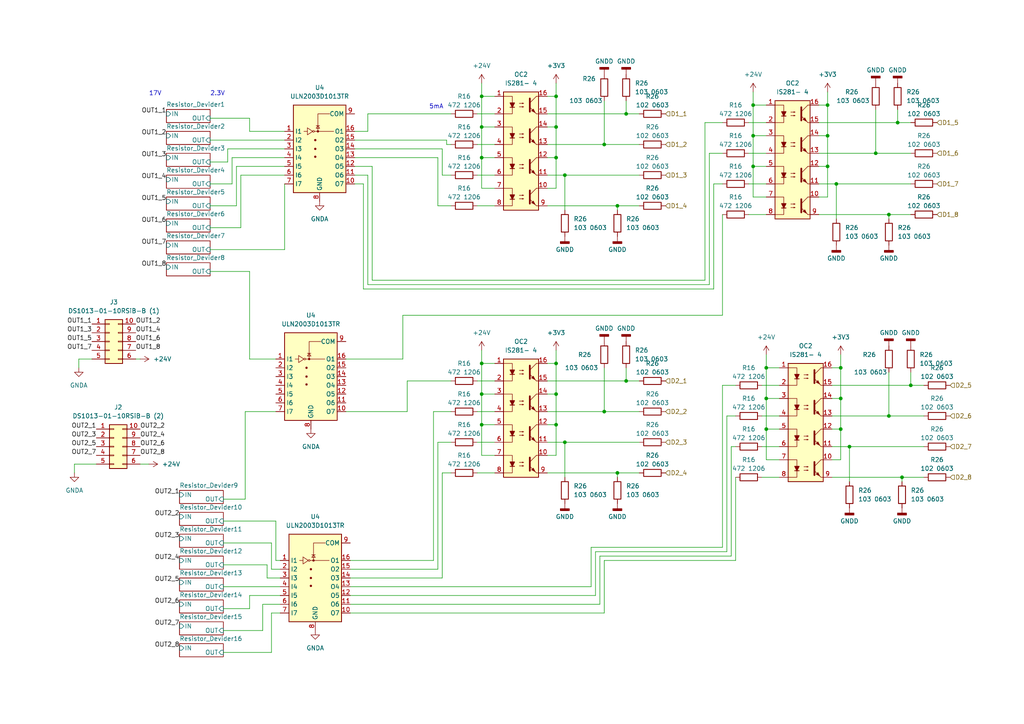
<source format=kicad_sch>
(kicad_sch (version 20230121) (generator eeschema)
  (paper "A4")
  (junction (at 139.7 36.83))
  (junction (at 222.25 106.68))
  (junction (at 242.57 53.34))
  (junction (at 161.29 114.3))
  (junction (at 181.61 110.49))
  (junction (at 163.83 128.27))
  (junction (at 257.81 120.65))
  (junction (at 175.26 119.38))
  (junction (at 246.38 129.54))
  (junction (at 243.84 115.57))
  (junction (at 139.7 27.94))
  (junction (at 161.29 105.41))
  (junction (at 257.81 62.23))
  (junction (at 175.26 41.91))
  (junction (at 243.84 106.68))
  (junction (at 264.16 111.76))
  (junction (at 161.29 36.83))
  (junction (at 139.7 123.19))
  (junction (at 240.03 48.26))
  (junction (at 161.29 45.72))
  (junction (at 139.7 105.41))
  (junction (at 240.03 30.48))
  (junction (at 254 44.45))
  (junction (at 222.25 115.57))
  (junction (at 240.03 39.37))
  (junction (at 181.61 33.02))
  (junction (at 222.25 124.46))
  (junction (at 179.07 137.16))
  (junction (at 161.29 27.94))
  (junction (at 218.44 39.37))
  (junction (at 161.29 123.19))
  (junction (at 139.7 45.72))
  (junction (at 243.84 124.46))
  (junction (at 260.35 35.56))
  (junction (at 179.07 59.69))
  (junction (at 218.44 48.26))
  (junction (at 218.44 30.48))
  (junction (at 261.62 138.43))
  (junction (at 163.83 50.8))
  (junction (at 139.7 114.3))
  (wire (pts (xy 213.36 129.54) (xy 212.09 129.54)))
  (wire (pts (xy 102.87 50.8) (xy 106.68 50.8)))
  (wire (pts (xy 212.09 129.54) (xy 212.09 161.29)))
  (wire (pts (xy 243.84 124.46) (xy 243.84 115.57)))
  (wire (pts (xy 237.49 35.56) (xy 260.35 35.56)))
  (wire (pts (xy 241.3 115.57) (xy 243.84 115.57)))
  (wire (pts (xy 105.41 53.34) (xy 102.87 53.34)))
  (wire (pts (xy 209.55 91.44) (xy 209.55 62.23)))
  (wire (pts (xy 217.17 35.56) (xy 222.25 35.56)))
  (wire (pts (xy 218.44 30.48) (xy 218.44 26.67)))
  (wire (pts (xy 82.55 50.8) (xy 69.85 50.8)))
  (wire (pts (xy 213.36 111.76) (xy 209.55 111.76)))
  (wire (pts (xy 71.12 144.78) (xy 71.12 119.38)))
  (wire (pts (xy 240.03 26.67) (xy 240.03 30.48)))
  (wire (pts (xy 64.77 176.53) (xy 72.39 176.53)))
  (wire (pts (xy 179.07 137.16) (xy 179.07 138.43)))
  (wire (pts (xy 163.83 50.8) (xy 185.42 50.8)))
  (wire (pts (xy 226.06 124.46) (xy 222.25 124.46)))
  (wire (pts (xy 205.74 82.55) (xy 205.74 44.45)))
  (wire (pts (xy 139.7 36.83) (xy 139.7 27.94)))
  (wire (pts (xy 77.47 167.64) (xy 81.28 167.64)))
  (wire (pts (xy 243.84 115.57) (xy 243.84 106.68)))
  (wire (pts (xy 241.3 133.35) (xy 243.84 133.35)))
  (wire (pts (xy 240.03 48.26) (xy 240.03 39.37)))
  (wire (pts (xy 158.75 132.08) (xy 161.29 132.08)))
  (wire (pts (xy 127 59.69) (xy 127 45.72)))
  (wire (pts (xy 207.01 53.34) (xy 207.01 83.82)))
  (wire (pts (xy 181.61 33.02) (xy 185.42 33.02)))
  (wire (pts (xy 66.04 43.18) (xy 82.55 43.18)))
  (wire (pts (xy 158.75 123.19) (xy 161.29 123.19)))
  (wire (pts (xy 158.75 137.16) (xy 179.07 137.16)))
  (wire (pts (xy 129.54 40.64) (xy 102.87 40.64)))
  (wire (pts (xy 260.35 35.56) (xy 264.16 35.56)))
  (wire (pts (xy 76.2 175.26) (xy 81.28 175.26)))
  (wire (pts (xy 105.41 83.82) (xy 105.41 53.34)))
  (wire (pts (xy 125.73 162.56) (xy 101.6 162.56)))
  (wire (pts (xy 175.26 41.91) (xy 185.42 41.91)))
  (wire (pts (xy 64.77 151.13) (xy 80.01 151.13)))
  (wire (pts (xy 241.3 124.46) (xy 243.84 124.46)))
  (wire (pts (xy 82.55 72.39) (xy 60.96 72.39)))
  (wire (pts (xy 222.25 48.26) (xy 218.44 48.26)))
  (wire (pts (xy 242.57 53.34) (xy 264.16 53.34)))
  (wire (pts (xy 161.29 24.13) (xy 161.29 27.94)))
  (wire (pts (xy 240.03 39.37) (xy 240.03 30.48)))
  (wire (pts (xy 158.75 110.49) (xy 181.61 110.49)))
  (wire (pts (xy 80.01 162.56) (xy 81.28 162.56)))
  (wire (pts (xy 173.99 175.26) (xy 101.6 175.26)))
  (wire (pts (xy 257.81 107.95) (xy 257.81 120.65)))
  (wire (pts (xy 143.51 36.83) (xy 139.7 36.83)))
  (wire (pts (xy 101.6 177.8) (xy 175.26 177.8)))
  (wire (pts (xy 237.49 39.37) (xy 240.03 39.37)))
  (wire (pts (xy 138.43 41.91) (xy 143.51 41.91)))
  (wire (pts (xy 254 31.75) (xy 254 44.45)))
  (wire (pts (xy 158.75 27.94) (xy 161.29 27.94)))
  (wire (pts (xy 175.26 29.21) (xy 175.26 41.91)))
  (wire (pts (xy 240.03 57.15) (xy 240.03 48.26)))
  (wire (pts (xy 264.16 107.95) (xy 264.16 111.76)))
  (wire (pts (xy 175.26 119.38) (xy 185.42 119.38)))
  (wire (pts (xy 43.18 134.62) (xy 40.64 134.62)))
  (wire (pts (xy 171.45 170.18) (xy 101.6 170.18)))
  (wire (pts (xy 261.62 138.43) (xy 261.62 139.7)))
  (wire (pts (xy 209.55 158.75) (xy 171.45 158.75)))
  (wire (pts (xy 226.06 115.57) (xy 222.25 115.57)))
  (wire (pts (xy 139.7 27.94) (xy 139.7 24.13)))
  (wire (pts (xy 181.61 110.49) (xy 185.42 110.49)))
  (wire (pts (xy 237.49 53.34) (xy 242.57 53.34)))
  (wire (pts (xy 138.43 128.27) (xy 143.51 128.27)))
  (wire (pts (xy 72.39 38.1) (xy 82.55 38.1)))
  (wire (pts (xy 161.29 54.61) (xy 161.29 45.72)))
  (wire (pts (xy 82.55 53.34) (xy 82.55 72.39)))
  (wire (pts (xy 71.12 119.38) (xy 80.01 119.38)))
  (wire (pts (xy 237.49 48.26) (xy 240.03 48.26)))
  (wire (pts (xy 209.55 53.34) (xy 207.01 53.34)))
  (wire (pts (xy 222.25 124.46) (xy 222.25 115.57)))
  (wire (pts (xy 264.16 111.76) (xy 267.97 111.76)))
  (wire (pts (xy 222.25 57.15) (xy 218.44 57.15)))
  (wire (pts (xy 78.74 157.48) (xy 78.74 165.1)))
  (wire (pts (xy 67.31 45.72) (xy 67.31 53.34)))
  (wire (pts (xy 143.51 123.19) (xy 139.7 123.19)))
  (wire (pts (xy 72.39 172.72) (xy 81.28 172.72)))
  (wire (pts (xy 175.26 177.8) (xy 175.26 162.56)))
  (wire (pts (xy 130.81 41.91) (xy 129.54 41.91)))
  (wire (pts (xy 68.58 59.69) (xy 60.96 59.69)))
  (wire (pts (xy 213.36 162.56) (xy 213.36 138.43)))
  (wire (pts (xy 242.57 53.34) (xy 242.57 63.5)))
  (wire (pts (xy 217.17 53.34) (xy 222.25 53.34)))
  (wire (pts (xy 181.61 106.68) (xy 181.61 110.49)))
  (wire (pts (xy 158.75 41.91) (xy 175.26 41.91)))
  (wire (pts (xy 161.29 123.19) (xy 161.29 114.3)))
  (wire (pts (xy 78.74 189.23) (xy 78.74 177.8)))
  (wire (pts (xy 60.96 40.64) (xy 82.55 40.64)))
  (wire (pts (xy 116.84 91.44) (xy 209.55 91.44)))
  (wire (pts (xy 69.85 50.8) (xy 69.85 66.04)))
  (wire (pts (xy 101.6 167.64) (xy 128.27 167.64)))
  (wire (pts (xy 209.55 111.76) (xy 209.55 158.75)))
  (wire (pts (xy 116.84 104.14) (xy 116.84 91.44)))
  (wire (pts (xy 241.3 129.54) (xy 246.38 129.54)))
  (wire (pts (xy 222.25 30.48) (xy 218.44 30.48)))
  (wire (pts (xy 138.43 33.02) (xy 143.51 33.02)))
  (wire (pts (xy 143.51 132.08) (xy 139.7 132.08)))
  (wire (pts (xy 143.51 45.72) (xy 139.7 45.72)))
  (wire (pts (xy 222.25 133.35) (xy 222.25 124.46)))
  (wire (pts (xy 220.98 120.65) (xy 226.06 120.65)))
  (wire (pts (xy 246.38 129.54) (xy 246.38 139.7)))
  (wire (pts (xy 139.7 123.19) (xy 139.7 114.3)))
  (wire (pts (xy 72.39 78.74) (xy 72.39 104.14)))
  (wire (pts (xy 181.61 29.21) (xy 181.61 33.02)))
  (wire (pts (xy 128.27 167.64) (xy 128.27 137.16)))
  (wire (pts (xy 260.35 31.75) (xy 260.35 35.56)))
  (wire (pts (xy 163.83 128.27) (xy 185.42 128.27)))
  (wire (pts (xy 241.3 111.76) (xy 264.16 111.76)))
  (wire (pts (xy 130.81 128.27) (xy 127 128.27)))
  (wire (pts (xy 143.51 105.41) (xy 139.7 105.41)))
  (wire (pts (xy 217.17 44.45) (xy 222.25 44.45)))
  (wire (pts (xy 139.7 45.72) (xy 139.7 36.83)))
  (wire (pts (xy 60.96 78.74) (xy 72.39 78.74)))
  (wire (pts (xy 222.25 115.57) (xy 222.25 106.68)))
  (wire (pts (xy 205.74 44.45) (xy 209.55 44.45)))
  (wire (pts (xy 102.87 38.1) (xy 106.68 38.1)))
  (wire (pts (xy 143.51 27.94) (xy 139.7 27.94)))
  (wire (pts (xy 77.47 163.83) (xy 77.47 167.64)))
  (wire (pts (xy 246.38 129.54) (xy 267.97 129.54)))
  (wire (pts (xy 241.3 120.65) (xy 257.81 120.65)))
  (wire (pts (xy 129.54 41.91) (xy 129.54 40.64)))
  (wire (pts (xy 72.39 34.29) (xy 72.39 38.1)))
  (wire (pts (xy 138.43 59.69) (xy 143.51 59.69)))
  (wire (pts (xy 158.75 33.02) (xy 181.61 33.02)))
  (wire (pts (xy 125.73 119.38) (xy 125.73 162.56)))
  (wire (pts (xy 204.47 81.28) (xy 107.95 81.28)))
  (wire (pts (xy 78.74 165.1) (xy 81.28 165.1)))
  (wire (pts (xy 100.33 119.38) (xy 118.11 119.38)))
  (wire (pts (xy 69.85 66.04) (xy 60.96 66.04)))
  (wire (pts (xy 243.84 102.87) (xy 243.84 106.68)))
  (wire (pts (xy 138.43 137.16) (xy 143.51 137.16)))
  (wire (pts (xy 64.77 182.88) (xy 76.2 182.88)))
  (wire (pts (xy 210.82 120.65) (xy 213.36 120.65)))
  (wire (pts (xy 128.27 43.18) (xy 102.87 43.18)))
  (wire (pts (xy 128.27 50.8) (xy 128.27 43.18)))
  (wire (pts (xy 106.68 33.02) (xy 130.81 33.02)))
  (wire (pts (xy 138.43 110.49) (xy 143.51 110.49)))
  (wire (pts (xy 21.59 134.62) (xy 27.94 134.62)))
  (wire (pts (xy 163.83 50.8) (xy 163.83 60.96)))
  (wire (pts (xy 22.86 104.14) (xy 22.86 106.68)))
  (wire (pts (xy 158.75 119.38) (xy 175.26 119.38)))
  (wire (pts (xy 78.74 177.8) (xy 81.28 177.8)))
  (wire (pts (xy 237.49 57.15) (xy 240.03 57.15)))
  (wire (pts (xy 158.75 59.69) (xy 179.07 59.69)))
  (wire (pts (xy 139.7 105.41) (xy 139.7 101.6)))
  (wire (pts (xy 100.33 104.14) (xy 116.84 104.14)))
  (wire (pts (xy 128.27 137.16) (xy 130.81 137.16)))
  (wire (pts (xy 163.83 128.27) (xy 163.83 138.43)))
  (wire (pts (xy 66.04 46.99) (xy 66.04 43.18)))
  (wire (pts (xy 107.95 81.28) (xy 107.95 48.26)))
  (wire (pts (xy 220.98 138.43) (xy 226.06 138.43)))
  (wire (pts (xy 179.07 59.69) (xy 185.42 59.69)))
  (wire (pts (xy 158.75 54.61) (xy 161.29 54.61)))
  (wire (pts (xy 207.01 83.82) (xy 105.41 83.82)))
  (wire (pts (xy 143.51 114.3) (xy 139.7 114.3)))
  (wire (pts (xy 76.2 182.88) (xy 76.2 175.26)))
  (wire (pts (xy 101.6 172.72) (xy 172.72 172.72)))
  (wire (pts (xy 118.11 119.38) (xy 118.11 110.49)))
  (wire (pts (xy 175.26 106.68) (xy 175.26 119.38)))
  (wire (pts (xy 161.29 45.72) (xy 161.29 36.83)))
  (wire (pts (xy 237.49 30.48) (xy 240.03 30.48)))
  (wire (pts (xy 60.96 34.29) (xy 72.39 34.29)))
  (wire (pts (xy 261.62 138.43) (xy 267.97 138.43)))
  (wire (pts (xy 243.84 133.35) (xy 243.84 124.46)))
  (wire (pts (xy 217.17 62.23) (xy 222.25 62.23)))
  (wire (pts (xy 143.51 54.61) (xy 139.7 54.61)))
  (wire (pts (xy 130.81 119.38) (xy 125.73 119.38)))
  (wire (pts (xy 209.55 35.56) (xy 204.47 35.56)))
  (wire (pts (xy 158.75 114.3) (xy 161.29 114.3)))
  (wire (pts (xy 64.77 189.23) (xy 78.74 189.23)))
  (wire (pts (xy 161.29 101.6) (xy 161.29 105.41)))
  (wire (pts (xy 158.75 50.8) (xy 163.83 50.8)))
  (wire (pts (xy 218.44 39.37) (xy 218.44 30.48)))
  (wire (pts (xy 158.75 105.41) (xy 161.29 105.41)))
  (wire (pts (xy 254 44.45) (xy 264.16 44.45)))
  (wire (pts (xy 220.98 111.76) (xy 226.06 111.76)))
  (wire (pts (xy 118.11 110.49) (xy 130.81 110.49)))
  (wire (pts (xy 82.55 48.26) (xy 68.58 48.26)))
  (wire (pts (xy 172.72 160.02) (xy 210.82 160.02)))
  (wire (pts (xy 218.44 48.26) (xy 218.44 39.37)))
  (wire (pts (xy 226.06 133.35) (xy 222.25 133.35)))
  (wire (pts (xy 158.75 36.83) (xy 161.29 36.83)))
  (wire (pts (xy 210.82 160.02) (xy 210.82 120.65)))
  (wire (pts (xy 241.3 106.68) (xy 243.84 106.68)))
  (wire (pts (xy 172.72 172.72) (xy 172.72 160.02)))
  (wire (pts (xy 173.99 161.29) (xy 173.99 175.26)))
  (wire (pts (xy 60.96 46.99) (xy 66.04 46.99)))
  (wire (pts (xy 22.86 104.14) (xy 26.67 104.14)))
  (wire (pts (xy 138.43 119.38) (xy 143.51 119.38)))
  (wire (pts (xy 220.98 129.54) (xy 226.06 129.54)))
  (wire (pts (xy 130.81 59.69) (xy 127 59.69)))
  (wire (pts (xy 67.31 53.34) (xy 60.96 53.34)))
  (wire (pts (xy 257.81 62.23) (xy 264.16 62.23)))
  (wire (pts (xy 179.07 59.69) (xy 179.07 60.96)))
  (wire (pts (xy 138.43 50.8) (xy 143.51 50.8)))
  (wire (pts (xy 161.29 36.83) (xy 161.29 27.94)))
  (wire (pts (xy 106.68 50.8) (xy 106.68 82.55)))
  (wire (pts (xy 158.75 128.27) (xy 163.83 128.27)))
  (wire (pts (xy 175.26 162.56) (xy 213.36 162.56)))
  (wire (pts (xy 226.06 106.68) (xy 222.25 106.68)))
  (wire (pts (xy 212.09 161.29) (xy 173.99 161.29)))
  (wire (pts (xy 106.68 82.55) (xy 205.74 82.55)))
  (wire (pts (xy 101.6 165.1) (xy 127 165.1)))
  (wire (pts (xy 257.81 62.23) (xy 257.81 63.5)))
  (wire (pts (xy 80.01 151.13) (xy 80.01 162.56)))
  (wire (pts (xy 237.49 44.45) (xy 254 44.45)))
  (wire (pts (xy 107.95 48.26) (xy 102.87 48.26)))
  (wire (pts (xy 64.77 144.78) (xy 71.12 144.78)))
  (wire (pts (xy 161.29 114.3) (xy 161.29 105.41)))
  (wire (pts (xy 139.7 132.08) (xy 139.7 123.19)))
  (wire (pts (xy 72.39 176.53) (xy 72.39 172.72)))
  (wire (pts (xy 106.68 38.1) (xy 106.68 33.02)))
  (wire (pts (xy 40.64 104.14) (xy 39.37 104.14)))
  (wire (pts (xy 204.47 35.56) (xy 204.47 81.28)))
  (wire (pts (xy 158.75 45.72) (xy 161.29 45.72)))
  (wire (pts (xy 222.25 106.68) (xy 222.25 102.87)))
  (wire (pts (xy 127 128.27) (xy 127 165.1)))
  (wire (pts (xy 139.7 54.61) (xy 139.7 45.72)))
  (wire (pts (xy 64.77 157.48) (xy 78.74 157.48)))
  (wire (pts (xy 161.29 132.08) (xy 161.29 123.19)))
  (wire (pts (xy 139.7 114.3) (xy 139.7 105.41)))
  (wire (pts (xy 64.77 170.18) (xy 81.28 170.18)))
  (wire (pts (xy 222.25 39.37) (xy 218.44 39.37)))
  (wire (pts (xy 68.58 48.26) (xy 68.58 59.69)))
  (wire (pts (xy 64.77 163.83) (xy 77.47 163.83)))
  (wire (pts (xy 72.39 104.14) (xy 80.01 104.14)))
  (wire (pts (xy 241.3 138.43) (xy 261.62 138.43)))
  (wire (pts (xy 179.07 137.16) (xy 185.42 137.16)))
  (wire (pts (xy 237.49 62.23) (xy 257.81 62.23)))
  (wire (pts (xy 130.81 50.8) (xy 128.27 50.8)))
  (wire (pts (xy 21.59 134.62) (xy 21.59 137.16)))
  (wire (pts (xy 82.55 45.72) (xy 67.31 45.72)))
  (wire (pts (xy 257.81 120.65) (xy 267.97 120.65)))
  (wire (pts (xy 171.45 158.75) (xy 171.45 170.18)))
  (wire (pts (xy 127 45.72) (xy 102.87 45.72)))
  (wire (pts (xy 218.44 57.15) (xy 218.44 48.26)))
  (text "17V" (at 43.18 27.94 0) (effects (font (size 1.27 1.27)) (justify left bottom)))
  (text "2.3V" (at 60.96 27.94 0) (effects (font (size 1.27 1.27)) (justify left bottom)))
  (text "5mA" (at 124.46 31.75 0) (effects (font (size 1.27 1.27)) (justify left bottom)))
  (label "OUT2_7" (at 52.07 181.61 180))
  (label "OUT2_1" (at 27.94 124.46 180))
  (label "OUT2_6" (at 40.64 129.54 0))
  (label "OUT2_2" (at 52.07 149.86 180))
  (label "OUT1_1" (at 26.67 93.98 180))
  (label "OUT1_6" (at 48.26 64.77 180))
  (label "OUT1_2" (at 39.37 93.98 0))
  (label "OUT1_3" (at 26.67 96.52 180))
  (label "OUT2_3" (at 27.94 127 180))
  (label "OUT2_5" (at 27.94 129.54 180))
  (label "OUT1_7" (at 26.67 101.6 180))
  (label "OUT1_3" (at 48.26 45.72 180))
  (label "OUT2_8" (at 52.07 187.96 180))
  (label "OUT1_8" (at 39.37 101.6 0))
  (label "OUT1_1" (at 48.26 33.02 180))
  (label "OUT1_2" (at 48.26 39.37 180))
  (label "OUT1_7" (at 48.26 71.12 180))
  (label "OUT1_8" (at 48.26 77.47 180))
  (label "OUT2_1" (at 52.07 143.51 180))
  (label "OUT2_6" (at 52.07 175.26 180))
  (label "OUT2_5" (at 52.07 168.91 180))
  (label "OUT1_5" (at 48.26 58.42 180))
  (label "OUT2_7" (at 27.94 132.08 180))
  (label "OUT2_3" (at 52.07 156.21 180))
  (label "OUT2_4" (at 40.64 127 0))
  (label "OUT1_4" (at 39.37 96.52 0))
  (label "OUT2_4" (at 52.07 162.56 180))
  (label "OUT1_4" (at 48.26 52.07 180))
  (label "OUT1_5" (at 26.67 99.06 180))
  (label "OUT2_2" (at 40.64 124.46 0))
  (label "OUT2_8" (at 40.64 132.08 0))
  (label "OUT1_6" (at 39.37 99.06 0))
  (hierarchical_label "D1_6" (shape input) (at 271.78 44.45 0))
  (hierarchical_label "D2_3" (shape input) (at 193.04 128.27 0))
  (hierarchical_label "D1_1" (shape input) (at 193.04 33.02 0))
  (hierarchical_label "D2_4" (shape input) (at 193.04 137.16 0))
  (hierarchical_label "D2_2" (shape input) (at 193.04 119.38 0))
  (hierarchical_label "D1_3" (shape input) (at 193.04 50.8 0))
  (hierarchical_label "D2_1" (shape input) (at 193.04 110.49 0))
  (hierarchical_label "D2_8" (shape input) (at 275.59 138.43 0))
  (hierarchical_label "D1_2" (shape input) (at 193.04 41.91 0))
  (hierarchical_label "D1_7" (shape input) (at 271.78 53.34 0))
  (hierarchical_label "D1_8" (shape input) (at 271.78 62.23 0))
  (hierarchical_label "D1_4" (shape input) (at 193.04 59.69 0))
  (hierarchical_label "D1_5" (shape input) (at 271.78 35.56 0))
  (hierarchical_label "D2_5" (shape input) (at 275.59 111.76 0))
  (hierarchical_label "D2_6" (shape input) (at 275.59 120.65 0))
  (hierarchical_label "D2_7" (shape input) (at 275.59 129.54 0))
  (symbol (lib_id "power:GNDD") (at 257.81 71.12 0) (unit 1)
    (property "Reference" "#PWR045" (effects hide))
    (property "Value" "GNDD" (at 257.81 74.93 0))
    (instances (project "Плата дискретных входов" (path "" (reference "#PWR045") (unit 1)) (path "" (reference "#PWR035") (unit 1))))
  )
  (symbol (lib_id "power:GNDD") (at 242.57 71.12 0) (unit 1)
    (property "Reference" "#PWR048" (effects hide))
    (property "Value" "GNDD" (at 242.57 74.93 0))
    (instances (project "Плата дискретных входов" (path "" (reference "#PWR048") (unit 1)) (path "" (reference "#PWR028") (unit 1))))
  )
  (symbol (lib_id "power:GNDD") (at 181.61 21.59 180) (unit 1)
    (property "Reference" "#PWR047" (effects hide))
    (property "Value" "GNDD" (at 181.61 17.78 0))
    (instances (project "Плата дискретных входов" (path "" (reference "#PWR047") (unit 1)) (path "" (reference "#PWR032") (unit 1))))
  )
  (symbol (lib_id "Device:R") (at 189.23 33.02 90) (unit 1)
    (property "Reference" "R26" (at 189.23 27.94 90))
    (property "Value" "102 0603" (at 189.23 30.48 90))
    (property "Footprint" "PCM_Resistor_SMD_AKL:R_0603_1608Metric_Pad1.05x0.95mm_HandSolder" (effects hide))
    (instances (project "Плата дискретных входов" (path "" (reference "R26") (unit 1)) (path "" (reference "R12") (unit 1))))
  )
  (symbol (lib_id "PCM_4ms_Power-symbol:GNDA") (at 92.71 58.42 0) (unit 1)
    (property "Reference" "#PWR081" (effects hide))
    (property "Value" "GNDA" (at 92.71 63.5 0))
    (instances (project "Плата дискретных входов" (path "" (reference "#PWR081") (unit 1))) (project "Плата фото светодиоды" (path "" (reference "#PWR03") (unit 1))))
  )
  (symbol (lib_id "PCM_4ms_Power-symbol:GNDA") (at 91.44 182.88 0) (unit 1)
    (property "Reference" "#PWR083" (effects hide))
    (property "Value" "GNDA" (at 91.44 187.96 0))
    (instances (project "Плата дискретных входов" (path "" (reference "#PWR083") (unit 1))) (project "Плата фото светодиоды" (path "" (reference "#PWR03") (unit 1))))
  )
  (symbol (lib_id "Device:R") (at 271.78 129.54 90) (unit 1)
    (property "Reference" "R26" (at 271.78 124.46 90))
    (property "Value" "102 0603" (at 271.78 127 90))
    (property "Footprint" "PCM_Resistor_SMD_AKL:R_0603_1608Metric_Pad1.05x0.95mm_HandSolder" (effects hide))
    (instances (project "Плата дискретных входов" (path "" (reference "R26") (unit 1)) (path "" (reference "R32") (unit 1))))
  )
  (symbol (lib_id "power:GNDD") (at 163.83 146.05 0) (unit 1)
    (property "Reference" "#PWR048" (effects hide))
    (property "Value" "GNDD" (at 163.83 149.86 0))
    (instances (project "Плата дискретных входов" (path "" (reference "#PWR048") (unit 1)) (path "" (reference "#PWR054") (unit 1))))
  )
  (symbol (lib_id "Device:R") (at 134.62 110.49 90) (unit 1)
    (property "Reference" "R16" (at 134.62 105.41 90))
    (property "Value" "472 1206" (at 134.62 107.95 90))
    (property "Footprint" "PCM_Resistor_SMD_AKL:R_1206_3216Metric_Pad1.42x1.75mm_HandSolder" (effects hide))
    (instances (project "Плата дискретных входов" (path "" (reference "R16") (unit 1)) (path "" (reference "R27") (unit 1))))
  )
  (symbol (lib_id "Device:R") (at 134.62 128.27 90) (unit 1)
    (property "Reference" "R16" (at 134.62 123.19 90))
    (property "Value" "472 1206" (at 134.62 125.73 90))
    (property "Footprint" "PCM_Resistor_SMD_AKL:R_1206_3216Metric_Pad1.42x1.75mm_HandSolder" (effects hide))
    (instances (project "Плата дискретных входов" (path "" (reference "R16") (unit 1)) (path "" (reference "R31") (unit 1))))
  )
  (symbol (lib_id "power:GNDD") (at 264.16 100.33 180) (unit 1)
    (property "Reference" "#PWR047" (effects hide))
    (property "Value" "GNDD" (at 264.16 96.52 0))
    (instances (project "Плата дискретных входов" (path "" (reference "#PWR047") (unit 1)) (path "" (reference "#PWR057") (unit 1))))
  )
  (symbol (lib_id "Device:R") (at 242.57 67.31 0) (unit 1)
    (property "Reference" "R26" (at 245.11 66.04 0) (effects (justify left)))
    (property "Value" "103 0603" (at 245.11 68.58 0) (effects (justify left)))
    (property "Footprint" "PCM_Resistor_SMD_AKL:R_0603_1608Metric_Pad1.05x0.95mm_HandSolder" (effects hide))
    (instances (project "Плата дискретных входов" (path "" (reference "R26") (unit 1)) (path "" (reference "R9") (unit 1))))
  )
  (symbol (lib_id "Device:R") (at 134.62 41.91 90) (unit 1)
    (property "Reference" "R16" (at 134.62 36.83 90))
    (property "Value" "472 1206" (at 134.62 39.37 90))
    (property "Footprint" "PCM_Resistor_SMD_AKL:R_1206_3216Metric_Pad1.42x1.75mm_HandSolder" (effects hide))
    (instances (project "Плата дискретных входов" (path "" (reference "R16") (unit 1)) (path "" (reference "R74") (unit 1))))
  )
  (symbol (lib_id "Device:R") (at 267.97 44.45 90) (unit 1)
    (property "Reference" "R26" (at 267.97 39.37 90))
    (property "Value" "102 0603" (at 267.97 41.91 90))
    (property "Footprint" "PCM_Resistor_SMD_AKL:R_0603_1608Metric_Pad1.05x0.95mm_HandSolder" (effects hide))
    (instances (project "Плата дискретных входов" (path "" (reference "R26") (unit 1)) (path "" (reference "R82") (unit 1))))
  )
  (symbol (lib_id "Device:R") (at 189.23 128.27 90) (unit 1)
    (property "Reference" "R26" (at 189.23 123.19 90))
    (property "Value" "102 0603" (at 189.23 125.73 90))
    (property "Footprint" "PCM_Resistor_SMD_AKL:R_0603_1608Metric_Pad1.05x0.95mm_HandSolder" (effects hide))
    (instances (project "Плата дискретных входов" (path "" (reference "R26") (unit 1)) (path "" (reference "R19") (unit 1))))
  )
  (symbol (lib_id "power:+3V3") (at 240.03 26.67 0) (unit 1)
    (property "Reference" "#PWR034" (effects hide))
    (property "Value" "+3V3" (at 240.03 21.59 0))
    (instances (project "Плата дискретных входов" (path "" (reference "#PWR034") (unit 1)) (path "" (reference "#PWR027") (unit 1))))
  )
  (symbol (lib_id "Device:R") (at 179.07 142.24 0) (unit 1)
    (property "Reference" "R26" (at 181.61 140.97 0) (effects (justify left)))
    (property "Value" "103 0603" (at 181.61 143.51 0) (effects (justify left)))
    (property "Footprint" "PCM_Resistor_SMD_AKL:R_0603_1608Metric_Pad1.05x0.95mm_HandSolder" (effects hide))
    (instances (project "Плата дискретных входов" (path "" (reference "R26") (unit 1)) (path "" (reference "R87") (unit 1))))
  )
  (symbol (lib_id "Device:R") (at 217.17 111.76 90) (unit 1)
    (property "Reference" "R16" (at 217.17 106.68 90))
    (property "Value" "472 1206" (at 217.17 109.22 90))
    (property "Footprint" "PCM_Resistor_SMD_AKL:R_1206_3216Metric_Pad1.42x1.75mm_HandSolder" (effects hide))
    (instances (project "Плата дискретных входов" (path "" (reference "R16") (unit 1)) (path "" (reference "R35") (unit 1))))
  )
  (symbol (lib_id "power:GNDD") (at 246.38 147.32 0) (unit 1)
    (property "Reference" "#PWR048" (effects hide))
    (property "Value" "GNDD" (at 246.38 151.13 0))
    (instances (project "Плата дискретных входов" (path "" (reference "#PWR048") (unit 1)) (path "" (reference "#PWR061") (unit 1))))
  )
  (symbol (lib_id "power:+24V") (at 139.7 101.6 0) (unit 1)
    (property "Reference" "#PWR045" (effects hide))
    (property "Value" "+24V" (at 139.7 96.52 0))
    (instances (project "Плата дискретных входов" (path "" (reference "#PWR045") (unit 1))) (project "Плата фото светодиоды" (path "" (reference "#PWR04") (unit 1))))
  )
  (symbol (lib_id "Device:R") (at 181.61 102.87 0) (unit 1)
    (property "Reference" "R26" (at 184.15 101.6 0) (effects (justify left)))
    (property "Value" "103 0603" (at 184.15 104.14 0) (effects (justify left)))
    (property "Footprint" "PCM_Resistor_SMD_AKL:R_0603_1608Metric_Pad1.05x0.95mm_HandSolder" (effects hide))
    (instances (project "Плата дискретных входов" (path "" (reference "R26") (unit 1)) (path "" (reference "R25") (unit 1))))
  )
  (symbol (lib_id "Device:R") (at 134.62 119.38 90) (unit 1)
    (property "Reference" "R16" (at 134.62 114.3 90))
    (property "Value" "472 1206" (at 134.62 116.84 90))
    (property "Footprint" "PCM_Resistor_SMD_AKL:R_1206_3216Metric_Pad1.42x1.75mm_HandSolder" (effects hide))
    (instances (project "Плата дискретных входов" (path "" (reference "R16") (unit 1)) (path "" (reference "R29") (unit 1))))
  )
  (symbol (lib_id "Device:R") (at 189.23 110.49 90) (unit 1)
    (property "Reference" "R26" (at 189.23 105.41 90))
    (property "Value" "102 0603" (at 189.23 107.95 90))
    (property "Footprint" "PCM_Resistor_SMD_AKL:R_0603_1608Metric_Pad1.05x0.95mm_HandSolder" (effects hide))
    (instances (project "Плата дискретных входов" (path "" (reference "R26") (unit 1)) (path "" (reference "R28") (unit 1))))
  )
  (symbol (lib_id "Connector_Generic:Conn_02x05_Counter_Clockwise") (at 31.75 99.06 0) (unit 1)
    (property "Reference" "J3" (at 33.02 87.63 0))
    (property "Value" "DS1013-01-10RSiB-B (1)" (at 33.02 90.17 0))
    (property "Footprint" "Connector_IDC:IDC-Header_2x05_P2.54mm_Horizontal" (effects hide))
    (instances (project "Плата дискретных входов" (path "" (reference "J3") (unit 1))) (project "Плата фото светодиоды" (path "" (reference "J1") (unit 1))))
  )
  (symbol (lib_id "Device:R") (at 217.17 129.54 90) (unit 1)
    (property "Reference" "R16" (at 217.17 124.46 90))
    (property "Value" "472 1206" (at 217.17 127 90))
    (property "Footprint" "PCM_Resistor_SMD_AKL:R_1206_3216Metric_Pad1.42x1.75mm_HandSolder" (effects hide))
    (instances (project "Плата дискретных входов" (path "" (reference "R16") (unit 1)) (path "" (reference "R39") (unit 1))))
  )
  (symbol (lib_id "Device:R") (at 189.23 50.8 90) (unit 1)
    (property "Reference" "R26" (at 189.23 45.72 90))
    (property "Value" "102 0603" (at 189.23 48.26 90))
    (property "Footprint" "PCM_Resistor_SMD_AKL:R_0603_1608Metric_Pad1.05x0.95mm_HandSolder" (effects hide))
    (instances (project "Плата дискретных входов" (path "" (reference "R26") (unit 1)) (path "" (reference "R16") (unit 1))))
  )
  (symbol (lib_id "Device:R") (at 271.78 120.65 90) (unit 1)
    (property "Reference" "R26" (at 271.78 115.57 90))
    (property "Value" "102 0603" (at 271.78 118.11 90))
    (property "Footprint" "PCM_Resistor_SMD_AKL:R_0603_1608Metric_Pad1.05x0.95mm_HandSolder" (effects hide))
    (instances (project "Плата дискретных входов" (path "" (reference "R26") (unit 1)) (path "" (reference "R36") (unit 1))))
  )
  (symbol (lib_id "Device:R") (at 163.83 64.77 0) (unit 1)
    (property "Reference" "R26" (at 166.37 63.5 0) (effects (justify left)))
    (property "Value" "103 0603" (at 166.37 66.04 0) (effects (justify left)))
    (property "Footprint" "PCM_Resistor_SMD_AKL:R_0603_1608Metric_Pad1.05x0.95mm_HandSolder" (effects hide))
    (instances (project "Плата дискретных входов" (path "" (reference "R26") (unit 1)) (path "" (reference "R24") (unit 1))))
  )
  (symbol (lib_id "Device:R") (at 134.62 59.69 90) (unit 1)
    (property "Reference" "R16" (at 134.62 54.61 90))
    (property "Value" "472 1206" (at 134.62 57.15 90))
    (property "Footprint" "PCM_Resistor_SMD_AKL:R_1206_3216Metric_Pad1.42x1.75mm_HandSolder" (effects hide))
    (instances (project "Плата дискретных входов" (path "" (reference "R16") (unit 1)) (path "" (reference "R76") (unit 1))))
  )
  (symbol (lib_id "Device:R") (at 267.97 35.56 90) (unit 1)
    (property "Reference" "R26" (at 267.97 30.48 90))
    (property "Value" "102 0603" (at 267.97 33.02 90))
    (property "Footprint" "PCM_Resistor_SMD_AKL:R_0603_1608Metric_Pad1.05x0.95mm_HandSolder" (effects hide))
    (instances (project "Плата дискретных входов" (path "" (reference "R26") (unit 1)) (path "" (reference "R86") (unit 1))))
  )
  (symbol (lib_id "power:+24V") (at 218.44 26.67 0) (unit 1)
    (property "Reference" "#PWR026" (effects hide))
    (property "Value" "+24V" (at 218.44 21.59 0))
    (instances (project "Плата дискретных входов" (path "" (reference "#PWR026") (unit 1))) (project "Плата фото светодиоды" (path "" (reference "#PWR04") (unit 1))))
  )
  (symbol (lib_id "power:GNDD") (at 175.26 21.59 180) (unit 1)
    (property "Reference" "#PWR044" (effects hide))
    (property "Value" "GNDD" (at 175.26 17.78 0))
    (instances (project "Плата дискретных входов" (path "" (reference "#PWR044") (unit 1)) (path "" (reference "#PWR030") (unit 1))))
  )
  (symbol (lib_id "Device:R") (at 264.16 104.14 0) (unit 1)
    (property "Reference" "R26" (at 266.7 102.87 0) (effects (justify left)))
    (property "Value" "103 0603" (at 266.7 105.41 0) (effects (justify left)))
    (property "Footprint" "PCM_Resistor_SMD_AKL:R_0603_1608Metric_Pad1.05x0.95mm_HandSolder" (effects hide))
    (instances (project "Плата дискретных входов" (path "" (reference "R26") (unit 1)) (path "" (reference "R33") (unit 1))))
  )
  (symbol (lib_id "Device:R") (at 175.26 102.87 180) (unit 1)
    (property "Reference" "R26" (at 167.64 102.87 0) (effects (justify right)))
    (property "Value" "103 0603" (at 163.83 106.68 0) (effects (justify right)))
    (property "Footprint" "PCM_Resistor_SMD_AKL:R_0603_1608Metric_Pad1.05x0.95mm_HandSolder" (effects hide))
  )
  (symbol (lib_id "Device:R") (at 213.36 53.34 90) (unit 1)
    (property "Reference" "R16" (at 213.36 48.26 90))
    (property "Value" "472 1206" (at 213.36 50.8 90))
    (property "Footprint" "PCM_Resistor_SMD_AKL:R_1206_3216Metric_Pad1.42x1.75mm_HandSolder" (effects hide))
    (instances (project "Плата дискретных входов" (path "" (reference "R16") (unit 1)) (path "" (reference "R15") (unit 1))))
  )
  (symbol (lib_id "Device:R") (at 189.23 137.16 90) (unit 1)
    (property "Reference" "R26" (at 189.23 132.08 90))
    (property "Value" "102 0603" (at 189.23 134.62 90))
    (property "Footprint" "PCM_Resistor_SMD_AKL:R_0603_1608Metric_Pad1.05x0.95mm_HandSolder" (effects hide))
    (instances (project "Плата дискретных входов" (path "" (reference "R26") (unit 1)) (path "" (reference "R20") (unit 1))))
  )
  (symbol (lib_id "Device:R") (at 163.83 142.24 0) (unit 1)
    (property "Reference" "R26" (at 166.37 140.97 0) (effects (justify left)))
    (property "Value" "103 0603" (at 166.37 143.51 0) (effects (justify left)))
    (property "Footprint" "PCM_Resistor_SMD_AKL:R_0603_1608Metric_Pad1.05x0.95mm_HandSolder" (effects hide))
    (instances (project "Плата дискретных входов" (path "" (reference "R26") (unit 1)) (path "" (reference "R88") (unit 1))))
  )
  (symbol (lib_id "Device:R") (at 254 27.94 0) (unit 1)
    (property "Reference" "R26" (at 245.11 26.67 0) (effects (justify left)))
    (property "Value" "103 0603" (at 242.57 29.21 0) (effects (justify left)))
    (property "Footprint" "PCM_Resistor_SMD_AKL:R_0603_1608Metric_Pad1.05x0.95mm_HandSolder" (effects hide))
    (instances (project "Плата дискретных входов" (path "" (reference "R26") (unit 1)) (path "" (reference "R80") (unit 1))))
  )
  (symbol (lib_id "Device:R") (at 181.61 25.4 0) (unit 1)
    (property "Reference" "R26" (at 184.15 24.13 0) (effects (justify left)))
    (property "Value" "103 0603" (at 184.15 26.67 0) (effects (justify left)))
    (property "Footprint" "PCM_Resistor_SMD_AKL:R_0603_1608Metric_Pad1.05x0.95mm_HandSolder" (effects hide))
    (instances (project "Плата дискретных входов" (path "" (reference "R26") (unit 1)) (path "" (reference "R23") (unit 1))))
  )
  (symbol (lib_id "Device:R") (at 213.36 62.23 90) (unit 1)
    (property "Reference" "R16" (at 213.36 57.15 90))
    (property "Value" "472 1206" (at 213.36 59.69 90))
    (property "Footprint" "PCM_Resistor_SMD_AKL:R_1206_3216Metric_Pad1.42x1.75mm_HandSolder" (effects hide))
    (instances (project "Плата дискретных входов" (path "" (reference "R16") (unit 1)) (path "" (reference "R77") (unit 1))))
  )
  (symbol (lib_id "PCM_Optocoupler_AKL:Optocoupler_Quad_Generic") (at 151.13 39.37 0) (unit 1)
    (property "Reference" "OC2" (at 151.13 21.59 0))
    (property "Value" "IS281- 4" (at 151.13 24.13 0))
    (property "Footprint" "PCM_Package_SO_AKL:SOIC-16W_5.3x10.2mm_P1.27mm" (effects hide))
  )
  (symbol (lib_id "power:+24V") (at 139.7 24.13 0) (unit 1)
    (property "Reference" "#PWR059" (effects hide))
    (property "Value" "+24V" (at 139.7 19.05 0))
    (instances (project "Плата дискретных входов" (path "" (reference "#PWR059") (unit 1))) (project "Плата фото светодиоды" (path "" (reference "#PWR04") (unit 1))))
  )
  (symbol (lib_id "power:+24V") (at 40.64 104.14 270) (unit 1)
    (property "Reference" "#PWR047" (effects hide))
    (property "Value" "+24V" (at 44.45 104.14 90) (effects (justify left)))
    (instances (project "Плата дискретных входов" (path "" (reference "#PWR047") (unit 1))) (project "Плата фото светодиоды" (path "" (reference "#PWR04") (unit 1))))
  )
  (symbol (lib_id "Device:R") (at 260.35 27.94 0) (unit 1)
    (property "Reference" "R26" (at 262.89 26.67 0) (effects (justify left)))
    (property "Value" "103 0603" (at 262.89 29.21 0) (effects (justify left)))
    (property "Footprint" "PCM_Resistor_SMD_AKL:R_0603_1608Metric_Pad1.05x0.95mm_HandSolder" (effects hide))
    (instances (project "Плата дискретных входов" (path "" (reference "R26") (unit 1)) (path "" (reference "R79") (unit 1))))
  )
  (symbol (lib_id "power:GNDD") (at 257.81 100.33 180) (unit 1)
    (property "Reference" "#PWR044" (effects hide))
    (property "Value" "GNDD" (at 257.81 96.52 0))
    (instances (project "Плата дискретных входов" (path "" (reference "#PWR044") (unit 1)) (path "" (reference "#PWR056") (unit 1))))
  )
  (symbol (lib_id "Transistor_Array:ULN2003") (at 90.17 109.22 0) (unit 1)
    (property "Reference" "U4" (at 90.17 91.44 0))
    (property "Value" "ULN2003D1013TR" (at 90.17 93.98 0))
    (property "Footprint" "PCM_Package_SO_AKL:SO-16_5.3x10.2mm_P1.27mm" (effects hide))
    (property "Datasheet" "http://www.ti.com/lit/ds/symlink/uln2003a.pdf" (effects hide))
    (instances (project "Плата дискретных входов" (path "" (reference "U4") (unit 1)) (path "" (reference "U6") (unit 1))))
  )
  (symbol (lib_id "Device:R") (at 189.23 59.69 90) (unit 1)
    (property "Reference" "R26" (at 189.23 54.61 90))
    (property "Value" "102 0603" (at 189.23 57.15 90))
    (property "Footprint" "PCM_Resistor_SMD_AKL:R_0603_1608Metric_Pad1.05x0.95mm_HandSolder" (effects hide))
    (instances (project "Плата дискретных входов" (path "" (reference "R26") (unit 1)) (path "" (reference "R17") (unit 1))))
  )
  (symbol (lib_id "Connector_Generic:Conn_02x05_Counter_Clockwise") (at 33.02 129.54 0) (unit 1)
    (property "Reference" "J2" (at 34.29 118.11 0))
    (property "Value" "DS1013-01-10RSiB-B (2)" (at 34.29 120.65 0))
    (property "Footprint" "Connector_IDC:IDC-Header_2x05_P2.54mm_Horizontal" (effects hide))
    (instances (project "Плата дискретных входов" (path "" (reference "J2") (unit 1))) (project "Плата фото светодиоды" (path "" (reference "J1") (unit 1))))
  )
  (symbol (lib_id "Device:R") (at 257.81 104.14 0) (unit 1)
    (property "Reference" "R26" (at 250.19 102.87 0) (effects (justify left)))
    (property "Value" "103 0603" (at 247.65 107.95 0) (effects (justify left)))
    (property "Footprint" "PCM_Resistor_SMD_AKL:R_0603_1608Metric_Pad1.05x0.95mm_HandSolder" (effects hide))
    (instances (project "Плата дискретных входов" (path "" (reference "R26") (unit 1)) (path "" (reference "R34") (unit 1))))
  )
  (symbol (lib_id "Device:R") (at 134.62 137.16 90) (unit 1)
    (property "Reference" "R16" (at 134.62 132.08 90))
    (property "Value" "472 1206" (at 134.62 134.62 90))
    (property "Footprint" "PCM_Resistor_SMD_AKL:R_1206_3216Metric_Pad1.42x1.75mm_HandSolder" (effects hide))
    (instances (project "Плата дискретных входов" (path "" (reference "R16") (unit 1)) (path "" (reference "R81") (unit 1))))
  )
  (symbol (lib_id "power:+24V") (at 222.25 102.87 0) (unit 1)
    (property "Reference" "#PWR058" (effects hide))
    (property "Value" "+24V" (at 222.25 97.79 0))
    (instances (project "Плата дискретных входов" (path "" (reference "#PWR058") (unit 1))) (project "Плата фото светодиоды" (path "" (reference "#PWR04") (unit 1))))
  )
  (symbol (lib_id "Device:R") (at 271.78 138.43 90) (unit 1)
    (property "Reference" "R26" (at 271.78 133.35 90))
    (property "Value" "102 0603" (at 271.78 135.89 90))
    (property "Footprint" "PCM_Resistor_SMD_AKL:R_0603_1608Metric_Pad1.05x0.95mm_HandSolder" (effects hide))
    (instances (project "Плата дискретных входов" (path "" (reference "R26") (unit 1)) (path "" (reference "R30") (unit 1))))
  )
  (symbol (lib_id "power:GNDD") (at 179.07 146.05 0) (unit 1)
    (property "Reference" "#PWR045" (effects hide))
    (property "Value" "GNDD" (at 179.07 149.86 0))
    (instances (project "Плата дискретных входов" (path "" (reference "#PWR045") (unit 1)) (path "" (reference "#PWR055") (unit 1))))
  )
  (symbol (lib_id "Device:R") (at 213.36 35.56 90) (unit 1)
    (property "Reference" "R16" (at 213.36 30.48 90))
    (property "Value" "472 1206" (at 213.36 33.02 90))
    (property "Footprint" "PCM_Resistor_SMD_AKL:R_1206_3216Metric_Pad1.42x1.75mm_HandSolder" (effects hide))
    (instances (project "Плата дискретных входов" (path "" (reference "R16") (unit 1)) (path "" (reference "R11") (unit 1))))
  )
  (symbol (lib_id "Device:R") (at 271.78 111.76 90) (unit 1)
    (property "Reference" "R26" (at 271.78 106.68 90))
    (property "Value" "102 0603" (at 271.78 109.22 90))
    (property "Footprint" "PCM_Resistor_SMD_AKL:R_0603_1608Metric_Pad1.05x0.95mm_HandSolder" (effects hide))
    (instances (project "Плата дискретных входов" (path "" (reference "R26") (unit 1)) (path "" (reference "R38") (unit 1))))
  )
  (symbol (lib_id "Device:R") (at 267.97 62.23 90) (unit 1)
    (property "Reference" "R26" (at 267.97 57.15 90))
    (property "Value" "102 0603" (at 267.97 59.69 90))
    (property "Footprint" "PCM_Resistor_SMD_AKL:R_0603_1608Metric_Pad1.05x0.95mm_HandSolder" (effects hide))
    (instances (project "Плата дискретных входов" (path "" (reference "R26") (unit 1)) (path "" (reference "R40") (unit 1))))
  )
  (symbol (lib_id "power:+3V3") (at 243.84 102.87 0) (unit 1)
    (property "Reference" "#PWR034" (effects hide))
    (property "Value" "+3V3" (at 243.84 97.79 0))
    (instances (project "Плата дискретных входов" (path "" (reference "#PWR034") (unit 1)) (path "" (reference "#PWR060") (unit 1))))
  )
  (symbol (lib_id "Device:R") (at 267.97 53.34 90) (unit 1)
    (property "Reference" "R26" (at 267.97 48.26 90))
    (property "Value" "102 0603" (at 267.97 50.8 90))
    (property "Footprint" "PCM_Resistor_SMD_AKL:R_0603_1608Metric_Pad1.05x0.95mm_HandSolder" (effects hide))
    (instances (project "Плата дискретных входов" (path "" (reference "R26") (unit 1)) (path "" (reference "R78") (unit 1))))
  )
  (symbol (lib_id "power:+24V") (at 43.18 134.62 270) (unit 1)
    (property "Reference" "#PWR063" (effects hide))
    (property "Value" "+24V" (at 46.99 134.62 90) (effects (justify left)))
    (instances (project "Плата дискретных входов" (path "" (reference "#PWR063") (unit 1))) (project "Плата фото светодиоды" (path "" (reference "#PWR04") (unit 1))))
  )
  (symbol (lib_id "power:+3V3") (at 161.29 101.6 0) (unit 1)
    (property "Reference" "#PWR034" (effects hide))
    (property "Value" "+3V3" (at 161.29 96.52 0))
    (instances (project "Плата дискретных входов" (path "" (reference "#PWR034") (unit 1)) (path "" (reference "#PWR053") (unit 1))))
  )
  (symbol (lib_id "Device:R") (at 134.62 50.8 90) (unit 1)
    (property "Reference" "R16" (at 134.62 45.72 90))
    (property "Value" "472 1206" (at 134.62 48.26 90))
    (property "Footprint" "PCM_Resistor_SMD_AKL:R_1206_3216Metric_Pad1.42x1.75mm_HandSolder" (effects hide))
    (instances (project "Плата дискретных входов" (path "" (reference "R16") (unit 1)) (path "" (reference "R75") (unit 1))))
  )
  (symbol (lib_id "power:+3V3") (at 161.29 24.13 0) (unit 1)
    (property "Reference" "#PWR034" (effects hide))
    (property "Value" "+3V3" (at 161.29 19.05 0))
    (instances (project "Плата дискретных входов" (path "" (reference "#PWR034") (unit 1)) (path "" (reference "#PWR029") (unit 1))))
  )
  (symbol (lib_id "Device:R") (at 189.23 119.38 90) (unit 1)
    (property "Reference" "R26" (at 189.23 114.3 90))
    (property "Value" "102 0603" (at 189.23 116.84 90))
    (property "Footprint" "PCM_Resistor_SMD_AKL:R_0603_1608Metric_Pad1.05x0.95mm_HandSolder" (effects hide))
    (instances (project "Плата дискретных входов" (path "" (reference "R26") (unit 1)) (path "" (reference "R18") (unit 1))))
  )
  (symbol (lib_id "Device:R") (at 189.23 41.91 90) (unit 1)
    (property "Reference" "R26" (at 189.23 36.83 90))
    (property "Value" "102 0603" (at 189.23 39.37 90))
    (property "Footprint" "PCM_Resistor_SMD_AKL:R_0603_1608Metric_Pad1.05x0.95mm_HandSolder" (effects hide))
    (instances (project "Плата дискретных входов" (path "" (reference "R26") (unit 1)) (path "" (reference "R14") (unit 1))))
  )
  (symbol (lib_id "Device:R") (at 217.17 138.43 90) (unit 1)
    (property "Reference" "R16" (at 217.17 133.35 90))
    (property "Value" "472 1206" (at 217.17 135.89 90))
    (property "Footprint" "PCM_Resistor_SMD_AKL:R_1206_3216Metric_Pad1.42x1.75mm_HandSolder" (effects hide))
    (instances (project "Плата дискретных входов" (path "" (reference "R16") (unit 1)) (path "" (reference "R85") (unit 1))))
  )
  (symbol (lib_id "Transistor_Array:ULN2003") (at 91.44 167.64 0) (unit 1)
    (property "Reference" "U4" (at 91.44 149.86 0))
    (property "Value" "ULN2003D1013TR" (at 91.44 152.4 0))
    (property "Footprint" "PCM_Package_SO_AKL:SO-16_5.3x10.2mm_P1.27mm" (effects hide))
    (property "Datasheet" "http://www.ti.com/lit/ds/symlink/uln2003a.pdf" (effects hide))
    (instances (project "Плата дискретных входов" (path "" (reference "U4") (unit 1)) (path "" (reference "U7") (unit 1))))
  )
  (symbol (lib_id "power:GNDD") (at 163.83 68.58 0) (unit 1)
    (property "Reference" "#PWR048" (effects hide))
    (property "Value" "GNDD" (at 163.83 72.39 0))
    (instances (project "Плата дискретных входов" (path "" (reference "#PWR048") (unit 1)) (path "" (reference "#PWR034") (unit 1))))
  )
  (symbol (lib_id "Device:R") (at 134.62 33.02 90) (unit 1)
    (property "Reference" "R16" (at 134.62 27.94 90))
    (property "Value" "472 1206" (at 134.62 30.48 90))
    (property "Footprint" "PCM_Resistor_SMD_AKL:R_1206_3216Metric_Pad1.42x1.75mm_HandSolder" (effects hide))
    (instances (project "Плата дискретных входов" (path "" (reference "R16") (unit 1)) (path "" (reference "R73") (unit 1))))
  )
  (symbol (lib_id "power:GNDD") (at 261.62 147.32 0) (unit 1)
    (property "Reference" "#PWR045" (effects hide))
    (property "Value" "GNDD" (at 261.62 151.13 0))
    (instances (project "Плата дискретных входов" (path "" (reference "#PWR045") (unit 1)) (path "" (reference "#PWR062") (unit 1))))
  )
  (symbol (lib_id "PCM_4ms_Power-symbol:GNDA") (at 21.59 137.16 0) (unit 1)
    (property "Reference" "#PWR064" (effects hide))
    (property "Value" "GNDA" (at 21.59 142.24 0))
    (instances (project "Плата дискретных входов" (path "" (reference "#PWR064") (unit 1))) (project "Плата фото светодиоды" (path "" (reference "#PWR03") (unit 1))))
  )
  (symbol (lib_id "Transistor_Array:ULN2003") (at 92.71 43.18 0) (unit 1)
    (property "Reference" "U4" (at 92.71 25.4 0))
    (property "Value" "ULN2003D1013TR" (at 92.71 27.94 0))
    (property "Footprint" "PCM_Package_SO_AKL:SO-16_5.3x10.2mm_P1.27mm" (effects hide))
    (property "Datasheet" "http://www.ti.com/lit/ds/symlink/uln2003a.pdf" (effects hide))
  )
  (symbol (lib_id "Device:R") (at 246.38 143.51 0) (unit 1)
    (property "Reference" "R26" (at 248.92 142.24 0) (effects (justify left)))
    (property "Value" "103 0603" (at 248.92 144.78 0) (effects (justify left)))
    (property "Footprint" "PCM_Resistor_SMD_AKL:R_0603_1608Metric_Pad1.05x0.95mm_HandSolder" (effects hide))
    (instances (project "Плата дискретных входов" (path "" (reference "R26") (unit 1)) (path "" (reference "R84") (unit 1))))
  )
  (symbol (lib_id "Device:R") (at 213.36 44.45 90) (unit 1)
    (property "Reference" "R16" (at 213.36 39.37 90))
    (property "Value" "472 1206" (at 213.36 41.91 90))
    (property "Footprint" "PCM_Resistor_SMD_AKL:R_1206_3216Metric_Pad1.42x1.75mm_HandSolder" (effects hide))
    (instances (project "Плата дискретных входов" (path "" (reference "R16") (unit 1)) (path "" (reference "R13") (unit 1))))
  )
  (symbol (lib_id "Device:R") (at 217.17 120.65 90) (unit 1)
    (property "Reference" "R16" (at 217.17 115.57 90))
    (property "Value" "472 1206" (at 217.17 118.11 90))
    (property "Footprint" "PCM_Resistor_SMD_AKL:R_1206_3216Metric_Pad1.42x1.75mm_HandSolder" (effects hide))
    (instances (project "Плата дискретных входов" (path "" (reference "R16") (unit 1)) (path "" (reference "R37") (unit 1))))
  )
  (symbol (lib_id "Device:R") (at 261.62 143.51 0) (unit 1)
    (property "Reference" "R26" (at 264.16 142.24 0) (effects (justify left)))
    (property "Value" "103 0603" (at 264.16 144.78 0) (effects (justify left)))
    (property "Footprint" "PCM_Resistor_SMD_AKL:R_0603_1608Metric_Pad1.05x0.95mm_HandSolder" (effects hide))
    (instances (project "Плата дискретных входов" (path "" (reference "R26") (unit 1)) (path "" (reference "R83") (unit 1))))
  )
  (symbol (lib_id "PCM_4ms_Power-symbol:GNDA") (at 22.86 106.68 0) (unit 1)
    (property "Reference" "#PWR048" (effects hide))
    (property "Value" "GNDA" (at 22.86 111.76 0))
    (instances (project "Плата дискретных входов" (path "" (reference "#PWR048") (unit 1))) (project "Плата фото светодиоды" (path "" (reference "#PWR03") (unit 1))))
  )
  (symbol (lib_id "power:GNDD") (at 254 24.13 180) (unit 1)
    (property "Reference" "#PWR044" (effects hide))
    (property "Value" "GNDD" (at 254 20.32 0))
    (instances (project "Плата дискретных входов" (path "" (reference "#PWR044") (unit 1)) (path "" (reference "#PWR024") (unit 1))))
  )
  (symbol (lib_id "power:GNDD") (at 179.07 68.58 0) (unit 1)
    (property "Reference" "#PWR045" (effects hide))
    (property "Value" "GNDD" (at 179.07 72.39 0))
    (instances (project "Плата дискретных входов" (path "" (reference "#PWR045") (unit 1)) (path "" (reference "#PWR031") (unit 1))))
  )
  (symbol (lib_id "PCM_Optocoupler_AKL:Optocoupler_Quad_Generic") (at 151.13 116.84 0) (unit 1)
    (property "Reference" "OC2" (at 151.13 99.06 0))
    (property "Value" "IS281- 4" (at 151.13 101.6 0))
    (property "Footprint" "PCM_Package_SO_AKL:SOIC-16W_5.3x10.2mm_P1.27mm" (effects hide))
    (instances (project "Плата дискретных входов" (path "" (reference "OC2") (unit 1)) (path "" (reference "OC3") (unit 1))))
  )
  (symbol (lib_id "power:GNDD") (at 260.35 24.13 180) (unit 1)
    (property "Reference" "#PWR047" (effects hide))
    (property "Value" "GNDD" (at 260.35 20.32 0))
    (instances (project "Плата дискретных входов" (path "" (reference "#PWR047") (unit 1)) (path "" (reference "#PWR025") (unit 1))))
  )
  (symbol (lib_id "PCM_Optocoupler_AKL:Optocoupler_Quad_Generic") (at 229.87 41.91 0) (unit 1)
    (property "Reference" "OC2" (at 229.87 24.13 0))
    (property "Value" "IS281- 4" (at 229.87 26.67 0))
    (property "Footprint" "PCM_Package_SO_AKL:SOIC-16W_5.3x10.2mm_P1.27mm" (effects hide))
    (instances (project "Плата дискретных входов" (path "" (reference "OC2") (unit 1)) (path "" (reference "OC1") (unit 1))))
  )
  (symbol (lib_id "power:GNDD") (at 175.26 99.06 180) (unit 1)
    (property "Reference" "#PWR044" (effects hide))
    (property "Value" "GNDD" (at 175.26 95.25 0))
    (instances (project "Плата дискретных входов" (path "" (reference "#PWR044") (unit 1)) (path "" (reference "#PWR038") (unit 1))))
  )
  (symbol (lib_id "PCM_Optocoupler_AKL:Optocoupler_Quad_Generic") (at 233.68 118.11 0) (unit 1)
    (property "Reference" "OC2" (at 233.68 100.33 0))
    (property "Value" "IS281- 4" (at 233.68 102.87 0))
    (property "Footprint" "PCM_Package_SO_AKL:SOIC-16W_5.3x10.2mm_P1.27mm" (effects hide))
    (instances (project "Плата дискретных входов" (path "" (reference "OC2") (unit 1)) (path "" (reference "OC4") (unit 1))))
  )
  (symbol (lib_id "Device:R") (at 175.26 25.4 0) (unit 1)
    (property "Reference" "R26" (at 168.91 22.86 0) (effects (justify left)))
    (property "Value" "103 0603" (at 165.1 29.21 0) (effects (justify left)))
    (property "Footprint" "PCM_Resistor_SMD_AKL:R_0603_1608Metric_Pad1.05x0.95mm_HandSolder" (effects hide))
    (instances (project "Плата дискретных входов" (path "" (reference "R26") (unit 1)) (path "" (reference "R22") (unit 1))))
  )
  (symbol (lib_id "Device:R") (at 179.07 64.77 0) (unit 1)
    (property "Reference" "R26" (at 181.61 63.5 0) (effects (justify left)))
    (property "Value" "103 0603" (at 181.61 66.04 0) (effects (justify left)))
    (property "Footprint" "PCM_Resistor_SMD_AKL:R_0603_1608Metric_Pad1.05x0.95mm_HandSolder" (effects hide))
    (instances (project "Плата дискретных входов" (path "" (reference "R26") (unit 1)) (path "" (reference "R21") (unit 1))))
  )
  (symbol (lib_id "PCM_4ms_Power-symbol:GNDA") (at 90.17 124.46 0) (unit 1)
    (property "Reference" "#PWR082" (effects hide))
    (property "Value" "GNDA" (at 90.17 129.54 0))
    (instances (project "Плата дискретных входов" (path "" (reference "#PWR082") (unit 1))) (project "Плата фото светодиоды" (path "" (reference "#PWR03") (unit 1))))
  )
  (symbol (lib_id "Device:R") (at 257.81 67.31 0) (unit 1)
    (property "Reference" "R26" (at 260.35 66.04 0) (effects (justify left)))
    (property "Value" "103 0603" (at 260.35 68.58 0) (effects (justify left)))
    (property "Footprint" "PCM_Resistor_SMD_AKL:R_0603_1608Metric_Pad1.05x0.95mm_HandSolder" (effects hide))
    (instances (project "Плата дискретных входов" (path "" (reference "R26") (unit 1)) (path "" (reference "R10") (unit 1))))
  )
  (symbol (lib_id "power:GNDD") (at 181.61 99.06 180) (unit 1)
    (property "Reference" "#PWR047" (effects hide))
    (property "Value" "GNDD" (at 181.61 95.25 0))
    (instances (project "Плата дискретных входов" (path "" (reference "#PWR047") (unit 1)) (path "" (reference "#PWR044") (unit 1))))
  )
  (sheet (at 52.07 167.64) (size 12.7 3.81) (stroke (width 0.1524))
    (property "Sheetname" "Resistor_Devider13" (at 52.07 166.9284 0) (effects (justify left bottom)))
    (property "Sheetfile" "Resistor_Devider.kicad_sch" (effects hide))
    (pin "OUT" input (at 64.77 170.18 0))
    (pin "IN" input (at 52.07 168.91 180))
  )
  (sheet (at 48.26 38.1) (size 12.7 3.81) (stroke (width 0.1524))
    (property "Sheetname" "Resistor_Devider2" (at 48.26 37.3884 0) (effects (justify left bottom)))
    (property "Sheetfile" "Resistor_Devider.kicad_sch" (effects hide))
    (pin "OUT" input (at 60.96 40.64 0))
    (pin "IN" input (at 48.26 39.37 180))
  )
  (sheet (at 52.07 148.59) (size 12.7 3.81) (stroke (width 0.1524))
    (property "Sheetname" "Resistor_Devider10" (at 52.07 147.8784 0) (effects (justify left bottom)))
    (property "Sheetfile" "Resistor_Devider.kicad_sch" (effects hide))
    (pin "OUT" input (at 64.77 151.13 0))
    (pin "IN" input (at 52.07 149.86 180))
  )
  (sheet (at 48.26 63.5) (size 12.7 3.81) (stroke (width 0.1524))
    (property "Sheetname" "Resistor_Devider6" (at 48.26 62.7884 0) (effects (justify left bottom)))
    (property "Sheetfile" "Resistor_Devider.kicad_sch" (effects hide))
    (pin "OUT" input (at 60.96 66.04 0))
    (pin "IN" input (at 48.26 64.77 180))
  )
  (sheet (at 52.07 142.24) (size 12.7 3.81) (stroke (width 0.1524))
    (property "Sheetname" "Resistor_Devider9" (at 52.07 141.5284 0) (effects (justify left bottom)))
    (property "Sheetfile" "Resistor_Devider.kicad_sch" (effects hide))
    (pin "OUT" input (at 64.77 144.78 0))
    (pin "IN" input (at 52.07 143.51 180))
  )
  (sheet (at 48.26 44.45) (size 12.7 3.81) (stroke (width 0.1524))
    (property "Sheetname" "Resistor_Devider3" (at 48.26 43.7384 0) (effects (justify left bottom)))
    (property "Sheetfile" "Resistor_Devider.kicad_sch" (effects hide))
    (pin "OUT" input (at 60.96 46.99 0))
    (pin "IN" input (at 48.26 45.72 180))
  )
  (sheet (at 52.07 186.69) (size 12.7 3.81) (stroke (width 0.1524))
    (property "Sheetname" "Resistor_Devider16" (at 52.07 185.9784 0) (effects (justify left bottom)))
    (property "Sheetfile" "Resistor_Devider.kicad_sch" (effects hide))
    (pin "OUT" input (at 64.77 189.23 0))
    (pin "IN" input (at 52.07 187.96 180))
  )
  (sheet (at 52.07 154.94) (size 12.7 3.81) (stroke (width 0.1524))
    (property "Sheetname" "Resistor_Devider11" (at 52.07 154.2284 0) (effects (justify left bottom)))
    (property "Sheetfile" "Resistor_Devider.kicad_sch" (effects hide))
    (pin "OUT" input (at 64.77 157.48 0))
    (pin "IN" input (at 52.07 156.21 180))
  )
  (sheet (at 48.26 50.8) (size 12.7 3.81) (stroke (width 0.1524))
    (property "Sheetname" "Resistor_Devider4" (at 48.26 50.0884 0) (effects (justify left bottom)))
    (property "Sheetfile" "Resistor_Devider.kicad_sch" (effects hide))
    (pin "OUT" input (at 60.96 53.34 0))
    (pin "IN" input (at 48.26 52.07 180))
  )
  (sheet (at 52.07 180.34) (size 12.7 3.81) (stroke (width 0.1524))
    (property "Sheetname" "Resistor_Devider15" (at 52.07 179.6284 0) (effects (justify left bottom)))
    (property "Sheetfile" "Resistor_Devider.kicad_sch" (effects hide))
    (pin "OUT" input (at 64.77 182.88 0))
    (pin "IN" input (at 52.07 181.61 180))
  )
  (sheet (at 48.26 76.2) (size 12.7 3.81) (stroke (width 0.1524))
    (property "Sheetname" "Resistor_Devider8" (at 48.26 75.4884 0) (effects (justify left bottom)))
    (property "Sheetfile" "Resistor_Devider.kicad_sch" (effects hide))
    (pin "OUT" input (at 60.96 78.74 0))
    (pin "IN" input (at 48.26 77.47 180))
  )
  (sheet (at 48.26 57.15) (size 12.7 3.81) (stroke (width 0.1524))
    (property "Sheetname" "Resistor_Devider5" (at 48.26 56.4384 0) (effects (justify left bottom)))
    (property "Sheetfile" "Resistor_Devider.kicad_sch" (effects hide))
    (pin "OUT" input (at 60.96 59.69 0))
    (pin "IN" input (at 48.26 58.42 180))
  )
  (sheet (at 48.26 31.75) (size 12.7 3.81) (stroke (width 0.1524))
    (property "Sheetname" "Resistor_Devider1" (at 48.26 31.0384 0) (effects (justify left bottom)))
    (property "Sheetfile" "Resistor_Devider.kicad_sch" (effects hide))
    (pin "OUT" input (at 60.96 34.29 0))
    (pin "IN" input (at 48.26 33.02 180))
  )
  (sheet (at 52.07 161.29) (size 12.7 3.81) (stroke (width 0.1524))
    (property "Sheetname" "Resistor_Devider12" (at 52.07 160.5784 0) (effects (justify left bottom)))
    (property "Sheetfile" "Resistor_Devider.kicad_sch" (effects hide))
    (pin "OUT" input (at 64.77 163.83 0))
    (pin "IN" input (at 52.07 162.56 180))
  )
  (sheet (at 52.07 173.99) (size 12.7 3.81) (stroke (width 0.1524))
    (property "Sheetname" "Resistor_Devider14" (at 52.07 173.2784 0) (effects (justify left bottom)))
    (property "Sheetfile" "Resistor_Devider.kicad_sch" (effects hide))
    (pin "OUT" input (at 64.77 176.53 0))
    (pin "IN" input (at 52.07 175.26 180))
  )
  (sheet (at 48.26 69.85) (size 12.7 3.81) (stroke (width 0.1524))
    (property "Sheetname" "Resistor_Devider7" (at 48.26 69.1384 0) (effects (justify left bottom)))
    (property "Sheetfile" "Resistor_Devider.kicad_sch" (effects hide))
    (pin "OUT" input (at 60.96 72.39 0))
    (pin "IN" input (at 48.26 71.12 180))
  )
)
</source>
